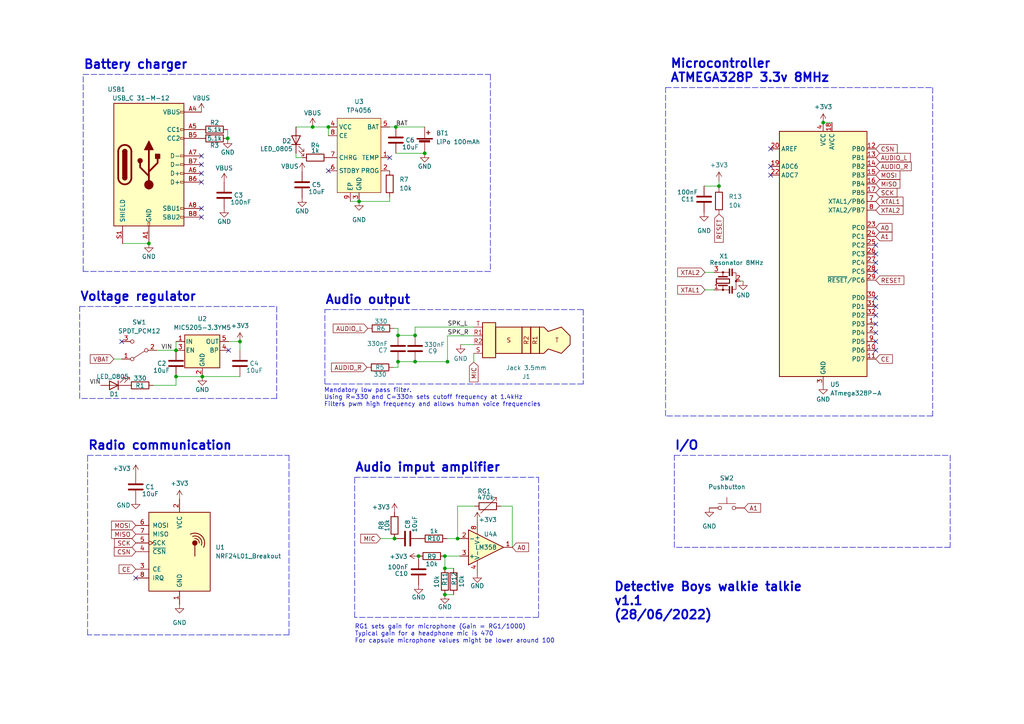
<source format=kicad_sch>
(kicad_sch (version 20211123) (generator eeschema)
  (paper "A4")
  (lib_symbols
    (symbol "Amplifier_Operational:LM358" (pin_names (offset 0.127))
      (property "Reference" "U" (at 0 5.08 0))
      (property "Value" "LM358" (at 0 -5.08 0))
      (symbol "LM358_1_1"
        (polyline (pts (xy -5.08 5.08) (xy 5.08 0) (xy -5.08 -5.08) (xy -5.08 5.08)) (stroke (width 0.254)) (fill (type background)))
        (pin output line (at 7.62 0 180) (length 2.54) (name "~") (number "1"))
        (pin input line (at -7.62 -2.54 0) (length 2.54) (name "-") (number "2"))
        (pin input line (at -7.62 2.54 0) (length 2.54) (name "+") (number "3"))
      )
      (symbol "LM358_2_1"
        (polyline (pts (xy -5.08 5.08) (xy 5.08 0) (xy -5.08 -5.08) (xy -5.08 5.08)) (stroke (width 0.254)) (fill (type background)))
        (pin input line (at -7.62 2.54 0) (length 2.54) (name "+") (number "5"))
        (pin input line (at -7.62 -2.54 0) (length 2.54) (name "-") (number "6"))
        (pin output line (at 7.62 0 180) (length 2.54) (name "~") (number "7"))
      )
      (symbol "LM358_3_1"
        (pin power_in line (at -2.54 -7.62 90) (length 3.81) (name "V-") (number "4"))
        (pin power_in line (at -2.54 7.62 270) (length 3.81) (name "V+") (number "8"))
      )
    )
    (symbol "Connector:AudioPlug4"
      (property "Reference" "J" (at 10.16 5.08 0))
      (property "Value" "AudioPlug4" (at 11.43 -7.62 0))
      (symbol "AudioPlug4_0_0"
        (text "R1" (at -2.54 -1.27 900) (effects (font (size 1.27 1.27))))
        (text "R2" (at 0 -1.27 900) (effects (font (size 1.27 1.27))))
        (text "S" (at 5.08 -1.27 0) (effects (font (size 1.27 1.27))))
        (text "T" (at -8.89 -1.27 0) (effects (font (size 1.27 1.27))))
      )
      (symbol "AudioPlug4_0_1"
        (rectangle (start -1.27 2.54) (end -3.81 -5.08) (stroke (width 0.254)) (fill (type background)))
        (polyline (pts (xy -3.81 2.54) (xy -5.08 2.54) (xy -6.35 1.27) (xy -10.16 2.54) (xy -12.7 0) (xy -12.7 -2.54) (xy -10.16 -5.08) (xy -6.35 -3.81) (xy -5.08 -5.08) (xy -3.81 -5.08) (xy -3.81 2.54)) (stroke (width 0.254)) (fill (type background)))
        (rectangle (start 1.27 2.54) (end -1.27 -5.08) (stroke (width 0.254)) (fill (type background)))
        (rectangle (start 1.27 2.54) (end 8.89 -5.08) (stroke (width 0.254)) (fill (type background)))
        (rectangle (start 12.7 3.81) (end 8.89 -6.35) (stroke (width 0.254)) (fill (type background)))
      )
      (symbol "AudioPlug4_1_1"
        (pin passive line (at 15.24 -2.54 180) (length 2.54) (name "~") (number "R1"))
        (pin passive line (at 15.24 0 180) (length 2.54) (name "~") (number "R2"))
        (pin passive line (at 15.24 2.54 180) (length 2.54) (name "~") (number "S"))
        (pin passive line (at 15.24 -5.08 180) (length 2.54) (name "~") (number "T"))
      )
    )
    (symbol "Connector:USB_C_Receptacle_USB2.0" (pin_names (offset 1.016))
      (property "Reference" "J" (at -10.16 19.05 0))
      (property "Value" "USB_C_Receptacle_USB2.0" (at 19.05 19.05 0))
      (symbol "USB_C_Receptacle_USB2.0_0_0"
        (rectangle (start -0.254 -17.78) (end 0.254 -16.764))
        (rectangle (start 10.16 -14.986) (end 9.144 -15.494))
        (rectangle (start 10.16 -12.446) (end 9.144 -12.954))
        (rectangle (start 10.16 -4.826) (end 9.144 -5.334))
        (rectangle (start 10.16 -2.286) (end 9.144 -2.794))
        (rectangle (start 10.16 0.254) (end 9.144 -0.254))
        (rectangle (start 10.16 2.794) (end 9.144 2.286))
        (rectangle (start 10.16 7.874) (end 9.144 7.366))
        (rectangle (start 10.16 10.414) (end 9.144 9.906))
        (rectangle (start 10.16 15.494) (end 9.144 14.986))
      )
      (symbol "USB_C_Receptacle_USB2.0_0_1"
        (rectangle (start -10.16 17.78) (end 10.16 -17.78) (stroke (width 0.254)) (fill (type background)))
        (arc (start -8.89 -3.81) (mid -6.985 -5.715) (end -5.08 -3.81) (stroke (width 0.508)))
        (arc (start -7.62 -3.81) (mid -6.985 -4.445) (end -6.35 -3.81) (stroke (width 0.254)))
        (arc (start -7.62 -3.81) (mid -6.985 -4.445) (end -6.35 -3.81) (stroke (width 0.254)) (fill (type outline)))
        (rectangle (start -7.62 -3.81) (end -6.35 3.81) (stroke (width 0.254)) (fill (type outline)))
        (arc (start -6.35 3.81) (mid -6.985 4.445) (end -7.62 3.81) (stroke (width 0.254)))
        (arc (start -6.35 3.81) (mid -6.985 4.445) (end -7.62 3.81) (stroke (width 0.254)) (fill (type outline)))
        (arc (start -5.08 3.81) (mid -6.985 5.715) (end -8.89 3.81) (stroke (width 0.508)))
        (circle (center -2.54 1.143) (radius 0.635) (stroke (width 0.254)) (fill (type outline)))
        (circle (center 0 -5.842) (radius 1.27) (fill (type outline)))
        (polyline (pts (xy -8.89 -3.81) (xy -8.89 3.81)) (stroke (width 0.508)))
        (polyline (pts (xy -5.08 3.81) (xy -5.08 -3.81)) (stroke (width 0.508)))
        (polyline (pts (xy 0 -5.842) (xy 0 4.318)) (stroke (width 0.508)))
        (polyline (pts (xy 0 -3.302) (xy -2.54 -0.762) (xy -2.54 0.508)) (stroke (width 0.508)))
        (polyline (pts (xy 0 -2.032) (xy 2.54 0.508) (xy 2.54 1.778)) (stroke (width 0.508)))
        (polyline (pts (xy -1.27 4.318) (xy 0 6.858) (xy 1.27 4.318) (xy -1.27 4.318)) (stroke (width 0.254)) (fill (type outline)))
        (rectangle (start 1.905 1.778) (end 3.175 3.048) (stroke (width 0.254)) (fill (type outline)))
      )
      (symbol "USB_C_Receptacle_USB2.0_1_1"
        (pin passive line (at 0 -22.86 90) (length 5.08) (name "GND") (number "A1"))
        (pin passive line (at 0 -22.86 90) (length 5.08) hide (name "GND") (number "A12"))
        (pin passive line (at 15.24 15.24 180) (length 5.08) (name "VBUS") (number "A4"))
        (pin bidirectional line (at 15.24 10.16 180) (length 5.08) (name "CC1") (number "A5"))
        (pin bidirectional line (at 15.24 -2.54 180) (length 5.08) (name "D+") (number "A6"))
        (pin bidirectional line (at 15.24 2.54 180) (length 5.08) (name "D-") (number "A7"))
        (pin bidirectional line (at 15.24 -12.7 180) (length 5.08) (name "SBU1") (number "A8"))
        (pin passive line (at 15.24 15.24 180) (length 5.08) hide (name "VBUS") (number "A9"))
        (pin passive line (at 0 -22.86 90) (length 5.08) hide (name "GND") (number "B1"))
        (pin passive line (at 0 -22.86 90) (length 5.08) hide (name "GND") (number "B12"))
        (pin passive line (at 15.24 15.24 180) (length 5.08) hide (name "VBUS") (number "B4"))
        (pin bidirectional line (at 15.24 7.62 180) (length 5.08) (name "CC2") (number "B5"))
        (pin bidirectional line (at 15.24 -5.08 180) (length 5.08) (name "D+") (number "B6"))
        (pin bidirectional line (at 15.24 0 180) (length 5.08) (name "D-") (number "B7"))
        (pin bidirectional line (at 15.24 -15.24 180) (length 5.08) (name "SBU2") (number "B8"))
        (pin passive line (at 15.24 15.24 180) (length 5.08) hide (name "VBUS") (number "B9"))
        (pin passive line (at -7.62 -22.86 90) (length 5.08) (name "SHIELD") (number "S1"))
      )
    )
    (symbol "Custom Components:TP4056"
      (property "Reference" "U" (at 0 10.16 0))
      (property "Value" "TP4056" (at 0 7.62 0))
      (symbol "TP4056_0_1"
        (rectangle (start -6.35 6.35) (end 6.35 -15.24) (fill (type background)))
      )
      (symbol "TP4056_1_1"
        (pin free line (at 8.89 -5.08 180) (length 2.54) (name "TEMP") (number "1"))
        (pin free line (at 8.89 -8.89 180) (length 2.54) (name "PROG") (number "2"))
        (pin free line (at 0 -17.78 90) (length 2.54) (name "GND") (number "3"))
        (pin free line (at -8.89 3.81 0) (length 2.54) (name "VCC") (number "4"))
        (pin free line (at 8.89 3.81 180) (length 2.54) (name "BAT") (number "5"))
        (pin free line (at -8.89 -8.89 0) (length 2.54) (name "STDBY") (number "6"))
        (pin free line (at -8.89 -5.08 0) (length 2.54) (name "CHRG") (number "7"))
        (pin free line (at -8.89 1.27 0) (length 2.54) (name "CE") (number "8"))
        (pin free line (at -2.54 -17.78 90) (length 2.54) (name "EP") (number "9"))
      )
    )
    (symbol "Device:Battery_Cell" (pin_numbers hide) (pin_names (offset 0) hide)
      (property "Reference" "BT" (at 2.54 2.54 0))
      (property "Value" "Battery_Cell" (at 2.54 0 0))
      (symbol "Battery_Cell_0_1"
        (rectangle (start -2.286 1.778) (end 2.286 1.524) (fill (type outline)))
        (rectangle (start -1.5748 1.1938) (end 1.4732 0.6858) (fill (type outline)))
        (polyline (pts (xy 0 0.762) (xy 0 0)))
        (polyline (pts (xy 0 1.778) (xy 0 2.54)))
        (polyline (pts (xy 0.508 3.429) (xy 1.524 3.429)) (stroke (width 0.254)))
        (polyline (pts (xy 1.016 3.937) (xy 1.016 2.921)) (stroke (width 0.254)))
      )
      (symbol "Battery_Cell_1_1"
        (pin passive line (at 0 5.08 270) (length 2.54) (name "+") (number "1"))
        (pin passive line (at 0 -2.54 90) (length 2.54) (name "-") (number "2"))
      )
    )
    (symbol "Device:C" (pin_numbers hide) (pin_names (offset 0.254))
      (property "Reference" "C" (at 0.635 2.54 0))
      (property "Value" "C" (at 0.635 -2.54 0))
      (symbol "C_0_1"
        (polyline (pts (xy -2.032 -0.762) (xy 2.032 -0.762)) (stroke (width 0.508)))
        (polyline (pts (xy -2.032 0.762) (xy 2.032 0.762)) (stroke (width 0.508)))
      )
      (symbol "C_1_1"
        (pin passive line (at 0 3.81 270) (length 2.794) (name "~") (number "1"))
        (pin passive line (at 0 -3.81 90) (length 2.794) (name "~") (number "2"))
      )
    )
    (symbol "Device:LED" (pin_numbers hide) (pin_names (offset 1.016) hide)
      (property "Reference" "D" (at 0 2.54 0))
      (property "Value" "LED" (at 0 -2.54 0))
      (symbol "LED_0_1"
        (polyline (pts (xy -1.27 -1.27) (xy -1.27 1.27)) (stroke (width 0.254)))
        (polyline (pts (xy -1.27 0) (xy 1.27 0)))
        (polyline (pts (xy 1.27 -1.27) (xy 1.27 1.27) (xy -1.27 0) (xy 1.27 -1.27)) (stroke (width 0.254)))
        (polyline (pts (xy -3.048 -0.762) (xy -4.572 -2.286) (xy -3.81 -2.286) (xy -4.572 -2.286) (xy -4.572 -1.524)))
        (polyline (pts (xy -1.778 -0.762) (xy -3.302 -2.286) (xy -2.54 -2.286) (xy -3.302 -2.286) (xy -3.302 -1.524)))
      )
      (symbol "LED_1_1"
        (pin passive line (at -3.81 0 0) (length 2.54) (name "K") (number "1"))
        (pin passive line (at 3.81 0 180) (length 2.54) (name "A") (number "2"))
      )
    )
    (symbol "Device:R" (pin_numbers hide) (pin_names (offset 0))
      (property "Reference" "R" (at 2.032 0 90))
      (property "Value" "R" (at 0 0 90))
      (symbol "R_0_1"
        (rectangle (start -1.016 -2.54) (end 1.016 2.54) (stroke (width 0.254)))
      )
      (symbol "R_1_1"
        (pin passive line (at 0 3.81 270) (length 1.27) (name "~") (number "1"))
        (pin passive line (at 0 -3.81 90) (length 1.27) (name "~") (number "2"))
      )
    )
    (symbol "Device:R_Variable" (pin_numbers hide) (pin_names (offset 0))
      (property "Reference" "R" (at 2.54 -2.54 90))
      (property "Value" "R_Variable" (at -2.54 -1.27 90))
      (symbol "R_Variable_0_1"
        (rectangle (start -1.016 -2.54) (end 1.016 2.54) (stroke (width 0.254)))
        (polyline (pts (xy 2.54 1.524) (xy 2.54 2.54) (xy 1.524 2.54) (xy 2.54 2.54) (xy -2.032 -2.032)))
      )
      (symbol "R_Variable_1_1"
        (pin passive line (at 0 3.81 270) (length 1.27) (name "~") (number "1"))
        (pin passive line (at 0 -3.81 90) (length 1.27) (name "~") (number "2"))
      )
    )
    (symbol "Device:Resonator_Small" (pin_names (offset 1.016) hide)
      (property "Reference" "Y" (at 3.175 1.905 0))
      (property "Value" "Resonator_Small" (at 3.175 0 0))
      (symbol "Resonator_Small_0_1"
        (rectangle (start -3.556 -2.54) (end -1.524 -2.794) (fill (type outline)))
        (rectangle (start -3.556 -1.778) (end -1.524 -2.032) (fill (type outline)))
        (circle (center -2.54 0) (radius 0.254) (fill (type outline)))
        (rectangle (start -0.635 1.905) (end 0.635 -1.905) (stroke (width 0.3048)))
        (circle (center 0 -3.81) (radius 0.254) (fill (type outline)))
        (polyline (pts (xy -2.54 -1.778) (xy -2.54 0)))
        (polyline (pts (xy -2.54 0) (xy -1.397 0)))
        (polyline (pts (xy -2.54 1.27) (xy -2.54 0)))
        (polyline (pts (xy -1.27 -1.27) (xy -1.27 1.27)) (stroke (width 0.381)))
        (polyline (pts (xy 1.27 -1.27) (xy 1.27 1.27)) (stroke (width 0.381)))
        (polyline (pts (xy 1.27 0) (xy 2.54 0)))
        (polyline (pts (xy 2.54 0) (xy 2.54 -1.778)))
        (polyline (pts (xy 2.54 1.27) (xy 2.54 0)))
        (polyline (pts (xy 2.413 -2.794) (xy 2.413 -3.81) (xy -2.413 -3.81) (xy -2.413 -2.667)))
        (rectangle (start 1.524 -2.54) (end 3.556 -2.794) (fill (type outline)))
        (rectangle (start 1.524 -1.778) (end 3.556 -2.032) (fill (type outline)))
        (circle (center 2.54 0) (radius 0.254) (fill (type outline)))
      )
      (symbol "Resonator_Small_1_1"
        (pin passive line (at -2.54 2.54 270) (length 1.27) (name "1") (number "1"))
        (pin passive line (at 0 -5.08 90) (length 1.27) (name "2") (number "2"))
        (pin passive line (at 2.54 2.54 270) (length 1.27) (name "3") (number "3"))
      )
    )
    (symbol "MCU_Microchip_ATmega:ATmega328P-A"
      (property "Reference" "U" (at -12.7 36.83 0))
      (property "Value" "ATmega328P-A" (at 2.54 -36.83 0))
      (symbol "ATmega328P-A_0_1"
        (rectangle (start -12.7 -35.56) (end 12.7 35.56) (stroke (width 0.254)) (fill (type background)))
      )
      (symbol "ATmega328P-A_1_1"
        (pin bidirectional line (at 15.24 -20.32 180) (length 2.54) (name "PD3") (number "1"))
        (pin bidirectional line (at 15.24 -27.94 180) (length 2.54) (name "PD6") (number "10"))
        (pin bidirectional line (at 15.24 -30.48 180) (length 2.54) (name "PD7") (number "11"))
        (pin bidirectional line (at 15.24 30.48 180) (length 2.54) (name "PB0") (number "12"))
        (pin bidirectional line (at 15.24 27.94 180) (length 2.54) (name "PB1") (number "13"))
        (pin bidirectional line (at 15.24 25.4 180) (length 2.54) (name "PB2") (number "14"))
        (pin bidirectional line (at 15.24 22.86 180) (length 2.54) (name "PB3") (number "15"))
        (pin bidirectional line (at 15.24 20.32 180) (length 2.54) (name "PB4") (number "16"))
        (pin bidirectional line (at 15.24 17.78 180) (length 2.54) (name "PB5") (number "17"))
        (pin power_in line (at 2.54 38.1 270) (length 2.54) (name "AVCC") (number "18"))
        (pin input line (at -15.24 25.4 0) (length 2.54) (name "ADC6") (number "19"))
        (pin bidirectional line (at 15.24 -22.86 180) (length 2.54) (name "PD4") (number "2"))
        (pin passive line (at -15.24 30.48 0) (length 2.54) (name "AREF") (number "20"))
        (pin passive line (at 0 -38.1 90) (length 2.54) hide (name "GND") (number "21"))
        (pin input line (at -15.24 22.86 0) (length 2.54) (name "ADC7") (number "22"))
        (pin bidirectional line (at 15.24 7.62 180) (length 2.54) (name "PC0") (number "23"))
        (pin bidirectional line (at 15.24 5.08 180) (length 2.54) (name "PC1") (number "24"))
        (pin bidirectional line (at 15.24 2.54 180) (length 2.54) (name "PC2") (number "25"))
        (pin bidirectional line (at 15.24 0 180) (length 2.54) (name "PC3") (number "26"))
        (pin bidirectional line (at 15.24 -2.54 180) (length 2.54) (name "PC4") (number "27"))
        (pin bidirectional line (at 15.24 -5.08 180) (length 2.54) (name "PC5") (number "28"))
        (pin bidirectional line (at 15.24 -7.62 180) (length 2.54) (name "~{RESET}/PC6") (number "29"))
        (pin power_in line (at 0 -38.1 90) (length 2.54) (name "GND") (number "3"))
        (pin bidirectional line (at 15.24 -12.7 180) (length 2.54) (name "PD0") (number "30"))
        (pin bidirectional line (at 15.24 -15.24 180) (length 2.54) (name "PD1") (number "31"))
        (pin bidirectional line (at 15.24 -17.78 180) (length 2.54) (name "PD2") (number "32"))
        (pin power_in line (at 0 38.1 270) (length 2.54) (name "VCC") (number "4"))
        (pin passive line (at 0 -38.1 90) (length 2.54) hide (name "GND") (number "5"))
        (pin passive line (at 0 38.1 270) (length 2.54) hide (name "VCC") (number "6"))
        (pin bidirectional line (at 15.24 15.24 180) (length 2.54) (name "XTAL1/PB6") (number "7"))
        (pin bidirectional line (at 15.24 12.7 180) (length 2.54) (name "XTAL2/PB7") (number "8"))
        (pin bidirectional line (at 15.24 -25.4 180) (length 2.54) (name "PD5") (number "9"))
      )
    )
    (symbol "RF:NRF24L01_Breakout" (pin_names (offset 1.016))
      (property "Reference" "U" (at -8.89 12.7 0))
      (property "Value" "NRF24L01_Breakout" (at 3.81 12.7 0))
      (symbol "NRF24L01_Breakout_0_1"
        (rectangle (start -8.89 11.43) (end 8.89 -11.43) (stroke (width 0.254)) (fill (type background)))
        (polyline (pts (xy 4.445 1.905) (xy 4.445 -1.27)) (stroke (width 0.254)))
        (circle (center 4.445 2.54) (radius 0.635) (stroke (width 0.254)) (fill (type outline)))
        (arc (start 5.715 2.54) (mid 5.3559 3.4509) (end 4.445 3.81) (stroke (width 0.254)))
        (arc (start 6.35 1.905) (mid 5.8833 3.9783) (end 3.81 4.445) (stroke (width 0.254)))
        (arc (start 6.985 1.27) (mid 6.453 4.548) (end 3.175 5.08) (stroke (width 0.254)))
      )
      (symbol "NRF24L01_Breakout_1_1"
        (pin power_in line (at 0 -15.24 90) (length 3.81) (name "GND") (number "1"))
        (pin power_in line (at 0 15.24 270) (length 3.81) (name "VCC") (number "2"))
        (pin input line (at -12.7 -5.08 0) (length 3.81) (name "CE") (number "3"))
        (pin input line (at -12.7 0 0) (length 3.81) (name "~{CSN}") (number "4"))
        (pin input clock (at -12.7 2.54 0) (length 3.81) (name "SCK") (number "5"))
        (pin input line (at -12.7 7.62 0) (length 3.81) (name "MOSI") (number "6"))
        (pin output line (at -12.7 5.08 0) (length 3.81) (name "MISO") (number "7"))
        (pin output line (at -12.7 -7.62 0) (length 3.81) (name "IRQ") (number "8"))
      )
    )
    (symbol "Regulator_Linear:MIC5205-3.3YM5" (pin_names (offset 0.254))
      (property "Reference" "U" (at -3.81 5.715 0))
      (property "Value" "MIC5205-3.3YM5" (at 0 5.715 0))
      (symbol "MIC5205-3.3YM5_0_1"
        (rectangle (start -5.08 4.445) (end 5.08 -5.08) (stroke (width 0.254)) (fill (type background)))
      )
      (symbol "MIC5205-3.3YM5_1_1"
        (pin power_in line (at -7.62 2.54 0) (length 2.54) (name "IN") (number "1"))
        (pin power_in line (at 0 -7.62 90) (length 2.54) (name "GND") (number "2"))
        (pin input line (at -7.62 0 0) (length 2.54) (name "EN") (number "3"))
        (pin input line (at 7.62 0 180) (length 2.54) (name "BP") (number "4"))
        (pin power_out line (at 7.62 2.54 180) (length 2.54) (name "OUT") (number "5"))
      )
    )
    (symbol "Switch:SW_Push" (pin_numbers hide) (pin_names (offset 1.016) hide)
      (property "Reference" "SW" (at 1.27 2.54 0))
      (property "Value" "SW_Push" (at 0 -1.524 0))
      (symbol "SW_Push_0_1"
        (circle (center -2.032 0) (radius 0.508))
        (polyline (pts (xy 0 1.27) (xy 0 3.048)))
        (polyline (pts (xy 2.54 1.27) (xy -2.54 1.27)))
        (circle (center 2.032 0) (radius 0.508))
        (pin passive line (at -5.08 0 0) (length 2.54) (name "1") (number "1"))
        (pin passive line (at 5.08 0 180) (length 2.54) (name "2") (number "2"))
      )
    )
    (symbol "Switch:SW_SPDT" (pin_names (offset 0) hide)
      (property "Reference" "SW" (at 0 4.318 0))
      (property "Value" "SW_SPDT" (at 0 -5.08 0))
      (symbol "SW_SPDT_0_0"
        (circle (center -2.032 0) (radius 0.508))
        (circle (center 2.032 -2.54) (radius 0.508))
      )
      (symbol "SW_SPDT_0_1"
        (polyline (pts (xy -1.524 0.254) (xy 1.651 2.286)))
        (circle (center 2.032 2.54) (radius 0.508))
      )
      (symbol "SW_SPDT_1_1"
        (pin passive line (at 5.08 2.54 180) (length 2.54) (name "A") (number "1"))
        (pin passive line (at -5.08 0 0) (length 2.54) (name "B") (number "2"))
        (pin passive line (at 5.08 -2.54 180) (length 2.54) (name "C") (number "3"))
      )
    )
    (symbol "power:+3.3V" (power) (pin_names (offset 0))
      (property "Value" "+3.3V" (at 0 3.556 0))
      (symbol "+3.3V_0_1"
        (polyline (pts (xy -0.762 1.27) (xy 0 2.54)))
        (polyline (pts (xy 0 0) (xy 0 2.54)))
        (polyline (pts (xy 0 2.54) (xy 0.762 1.27)))
      )
      (symbol "+3.3V_1_1"
        (pin power_in line (at 0 0 90) (length 0) hide (name "+3V3") (number "1"))
      )
    )
    (symbol "power:GND" (power) (pin_names (offset 0))
      (property "Value" "GND" (at 0 -3.81 0))
      (symbol "GND_0_1"
        (polyline (pts (xy 0 0) (xy 0 -1.27) (xy 1.27 -1.27) (xy 0 -2.54) (xy -1.27 -1.27) (xy 0 -1.27)))
      )
      (symbol "GND_1_1"
        (pin power_in line (at 0 0 270) (length 0) hide (name "GND") (number "1"))
      )
    )
    (symbol "power:VBUS" (power) (pin_names (offset 0))
      (property "Value" "VBUS" (at 0 3.81 0))
      (symbol "VBUS_0_1"
        (polyline (pts (xy -0.762 1.27) (xy 0 2.54)))
        (polyline (pts (xy 0 0) (xy 0 2.54)))
        (polyline (pts (xy 0 2.54) (xy 0.762 1.27)))
      )
      (symbol "VBUS_1_1"
        (pin power_in line (at 0 0 90) (length 0) hide (name "VBUS") (number "1"))
      )
    )
  )
  (junction (at 51.054 109.22))
  (junction (at 208.534 53.975))
  (junction (at 66.04 40.132))
  (junction (at 43.18 70.612))
  (junction (at 90.678 36.83))
  (junction (at 129.032 164.846))
  (junction (at 51.054 101.6))
  (junction (at 123.19 44.45))
  (junction (at 95.25 36.83))
  (junction (at 120.396 104.902))
  (junction (at 120.396 97.282))
  (junction (at 129.7878 104.902))
  (junction (at 121.412 161.29))
  (junction (at 114.808 36.83))
  (junction (at 129.032 172.466))
  (junction (at 104.14 58.42))
  (junction (at 69.596 99.06))
  (junction (at 238.76 35.56))
  (junction (at 129.032 161.29))
  (junction (at 115.443 104.902))
  (junction (at 58.674 109.22))
  (junction (at 132.715 156.21))
  (junction (at 114.427 156.21))
  (junction (at 115.443 97.282))
  (no_connect (at 66.294 101.6))
  (no_connect (at 95.25 49.53))
  (no_connect (at 254 86.36))
  (no_connect (at 254 88.9))
  (no_connect (at 254 91.44))
  (no_connect (at 254 93.98))
  (no_connect (at 254 96.52))
  (no_connect (at 254 99.06))
  (no_connect (at 254 101.6))
  (no_connect (at 254 71.12))
  (no_connect (at 254 73.66))
  (no_connect (at 254 76.2))
  (no_connect (at 254 78.74))
  (no_connect (at 58.42 60.452))
  (no_connect (at 58.42 62.992))
  (no_connect (at 58.42 47.752))
  (no_connect (at 58.42 45.212))
  (no_connect (at 58.42 52.832))
  (no_connect (at 58.42 50.292))
  (no_connect (at 223.52 43.18))
  (no_connect (at 223.52 48.26))
  (no_connect (at 223.52 50.8))
  (no_connect (at 39.37 167.64))
  (no_connect (at 35.306 99.06))
  (no_connect (at 113.03 45.72))
  (wire (pts (xy 207.137 78.994) (xy 204.47 78.994)))
  (wire (pts (xy 145.288 146.812) (xy 148.59 146.812)))
  (wire (pts (xy 129.667 156.21) (xy 132.715 156.21)))
  (wire (pts (xy 129.032 172.466) (xy 131.572 172.466)))
  (wire (pts (xy 115.443 104.902) (xy 120.396 104.902)))
  (polyline (pts (xy 270.51 25.4) (xy 270.51 120.65)))
  (polyline (pts (xy 193.04 25.4) (xy 270.51 25.4)))
  (wire (pts (xy 69.596 99.06) (xy 69.596 101.6)))
  (wire (pts (xy 114.808 36.83) (xy 123.19 36.83)))
  (wire (pts (xy 113.03 58.42) (xy 113.03 57.15)))
  (polyline (pts (xy 275.59 132.08) (xy 275.59 158.75)))
  (polyline (pts (xy 24.13 78.74) (xy 24.13 21.59)))
  (polyline (pts (xy 169.164 89.789) (xy 169.164 111.379)))
  (wire (pts (xy 120.396 94.869) (xy 120.396 97.282)))
  (wire (pts (xy 129.032 164.846) (xy 131.572 164.846)))
  (wire (pts (xy 132.715 146.812) (xy 137.668 146.812)))
  (wire (pts (xy 115.443 95.25) (xy 114.3 95.25)))
  (polyline (pts (xy 24.13 21.59) (xy 142.24 21.59)))
  (wire (pts (xy 110.363 156.21) (xy 114.427 156.21)))
  (wire (pts (xy 121.412 161.29) (xy 121.412 162.052)))
  (polyline (pts (xy 156.21 179.07) (xy 102.87 179.07)))
  (wire (pts (xy 115.443 106.553) (xy 115.443 104.902)))
  (wire (pts (xy 137.414 94.869) (xy 120.396 94.869)))
  (polyline (pts (xy 25.4 132.08) (xy 83.82 132.08)))
  (wire (pts (xy 115.443 97.282) (xy 115.443 95.25)))
  (wire (pts (xy 129.032 161.29) (xy 133.35 161.29)))
  (polyline (pts (xy 80.264 115.57) (xy 23.114 115.57)))
  (polyline (pts (xy 270.51 120.65) (xy 193.04 120.65)))
  (wire (pts (xy 132.715 156.21) (xy 132.715 146.812)))
  (wire (pts (xy 148.59 146.812) (xy 148.59 158.75)))
  (polyline (pts (xy 142.24 21.59) (xy 142.24 78.74)))
  (wire (pts (xy 58.674 109.22) (xy 69.596 109.22)))
  (wire (pts (xy 43.18 70.612) (xy 35.56 70.612)))
  (polyline (pts (xy 193.04 120.65) (xy 193.04 25.4)))
  (wire (pts (xy 51.054 109.22) (xy 58.674 109.22)))
  (wire (pts (xy 95.25 36.83) (xy 95.25 39.37)))
  (polyline (pts (xy 83.82 184.15) (xy 25.4 184.15)))
  (polyline (pts (xy 195.58 132.08) (xy 275.59 132.08)))
  (wire (pts (xy 114.046 106.553) (xy 115.443 106.553)))
  (wire (pts (xy 51.054 99.06) (xy 51.054 101.6)))
  (polyline (pts (xy 169.164 111.379) (xy 94.234 111.379)))
  (wire (pts (xy 104.14 58.42) (xy 113.03 58.42)))
  (wire (pts (xy 208.534 53.975) (xy 208.534 54.483)))
  (wire (pts (xy 208.534 52.451) (xy 208.534 53.975)))
  (wire (pts (xy 85.852 45.72) (xy 87.63 45.72)))
  (wire (pts (xy 85.852 44.45) (xy 85.852 45.72)))
  (wire (pts (xy 204.47 84.074) (xy 207.137 84.074)))
  (wire (pts (xy 66.04 37.592) (xy 66.04 40.132)))
  (wire (pts (xy 115.443 97.282) (xy 120.396 97.282)))
  (polyline (pts (xy 80.264 88.9) (xy 80.264 115.57)))
  (wire (pts (xy 44.45 111.76) (xy 51.054 111.76)))
  (wire (pts (xy 137.414 105.029) (xy 137.414 102.489)))
  (polyline (pts (xy 275.59 158.75) (xy 195.58 158.75)))
  (wire (pts (xy 45.466 101.6) (xy 51.054 101.6)))
  (polyline (pts (xy 94.234 89.789) (xy 169.164 89.789)))
  (wire (pts (xy 133.604 99.949) (xy 137.414 99.949)))
  (wire (pts (xy 215.519 81.534) (xy 214.757 81.534)))
  (wire (pts (xy 90.678 36.83) (xy 95.25 36.83)))
  (polyline (pts (xy 25.4 184.15) (xy 25.4 132.08)))
  (wire (pts (xy 129.7878 104.902) (xy 129.794 104.902)))
  (wire (pts (xy 129.7878 97.409) (xy 129.7878 104.902)))
  (wire (pts (xy 101.6 58.42) (xy 104.14 58.42)))
  (wire (pts (xy 66.294 99.06) (xy 69.596 99.06)))
  (polyline (pts (xy 94.234 111.379) (xy 94.234 89.789)))
  (wire (pts (xy 120.396 104.902) (xy 129.7878 104.902)))
  (wire (pts (xy 90.678 36.83) (xy 85.852 36.83)))
  (wire (pts (xy 204.216 53.975) (xy 208.534 53.975)))
  (polyline (pts (xy 156.21 138.43) (xy 156.21 179.07)))
  (polyline (pts (xy 102.87 179.07) (xy 102.87 138.43)))
  (wire (pts (xy 33.02 104.14) (xy 35.306 104.14)))
  (wire (pts (xy 132.715 156.21) (xy 133.35 156.21)))
  (polyline (pts (xy 23.114 115.57) (xy 23.114 88.9)))
  (wire (pts (xy 129.032 164.846) (xy 129.032 161.29)))
  (wire (pts (xy 238.76 35.56) (xy 241.3 35.56)))
  (wire (pts (xy 113.03 36.83) (xy 114.808 36.83)))
  (polyline (pts (xy 83.82 132.08) (xy 83.82 184.15)))
  (wire (pts (xy 51.054 111.76) (xy 51.054 109.22)))
  (polyline (pts (xy 142.24 78.74) (xy 24.13 78.74)))
  (wire (pts (xy 137.414 97.409) (xy 129.7878 97.409)))
  (wire (pts (xy 114.808 44.45) (xy 123.19 44.45)))
  (polyline (pts (xy 102.87 138.43) (xy 156.21 138.43)))
  (polyline (pts (xy 195.58 158.75) (xy 195.58 132.08)))
  (wire (pts (xy 66.04 40.386) (xy 66.04 40.132)))
  (polyline (pts (xy 23.114 88.9) (xy 80.264 88.9)))
  (text "Battery charger" (at 24.13 20.32 0) (effects (font (size 2.54 2.54) (thickness 0.508) bold) (justify left bottom)))
  (text "Audio imput amplifier" (at 102.87 137.16 0) (effects (font (size 2.54 2.54) (thickness 0.508) bold) (justify left bottom)))
  (text "Mandatory low pass filter.\nUsing R=330 and C=330n sets cutoff frequency at 1.4kHz\nFilters pwm high frequency and allows human voice frequencies" (at 93.98 118.11 0) (effects (font (size 1.27 1.27)) (justify left bottom)))
  (text "I/O\n" (at 195.58 130.81 0) (effects (font (size 2.54 2.54) (thickness 0.508) bold) (justify left bottom)))
  (text "RG1 sets gain for microphone (Gain = RG1/1000)\nTypical gain for a headphone mic is 470\nFor capsule microphone values might be lower around 100" (at 102.87 186.69 0) (effects (font (size 1.27 1.27)) (justify left bottom)))
  (text "Radio communication" (at 25.4 130.81 0) (effects (font (size 2.54 2.54) (thickness 0.508) bold) (justify left bottom)))
  (text "Microcontroller\nATMEGA328P 3.3v 8MHz" (at 194.31 24.13 0) (effects (font (size 2.54 2.54) (thickness 0.508) bold) (justify left bottom)))
  (text "Audio output" (at 94.234 88.519 0) (effects (font (size 2.54 2.54) (thickness 0.508) bold) (justify left bottom)))
  (text "Detective Boys walkie talkie\nv1.1\n(28/06/2022)" (at 177.9643 179.9857 0) (effects (font (size 2.54 2.54) (thickness 0.508) bold) (justify left bottom)))
  (text "Voltage regulator\n" (at 23.114 87.63 0) (effects (font (size 2.54 2.54) (thickness 0.508) bold) (justify left bottom)))
  (label "SPK_L" (at 129.794 94.869 0))
  (label "VIN" (at 29.21 111.76 180))
  (label "SPK_R" (at 129.794 97.409 0))
  (label "VIN" (at 46.736 101.6 0))
  (label "BAT" (at 114.808 36.83 0))
  (global_label "CE" (shape input) (at 39.37 165.1 180) (property "Intersheet References" "${INTERSHEET_REFS}" (effects hide)))
  (global_label "MOSI" (shape input) (at 39.37 152.4 180) (property "Intersheet References" "${INTERSHEET_REFS}" (effects hide)))
  (global_label "SCK" (shape input) (at 254 55.88 0) (property "Intersheet References" "${INTERSHEET_REFS}" (effects hide)))
  (global_label "CE" (shape input) (at 254 104.14 0) (property "Intersheet References" "${INTERSHEET_REFS}" (effects hide)))
  (global_label "A1" (shape input) (at 254 68.58 0) (property "Intersheet References" "${INTERSHEET_REFS}" (effects hide)))
  (global_label "RESET" (shape input) (at 254 81.28 0) (property "Intersheet References" "${INTERSHEET_REFS}" (effects hide)))
  (global_label "AUDIO_R" (shape input) (at 254 48.26 0) (property "Intersheet References" "${INTERSHEET_REFS}" (effects hide)))
  (global_label "XTAL2" (shape input) (at 254 60.96 0) (property "Intersheet References" "${INTERSHEET_REFS}" (effects hide)))
  (global_label "A0" (shape input) (at 254 66.04 0) (property "Intersheet References" "${INTERSHEET_REFS}" (effects hide)))
  (global_label "XTAL1" (shape input) (at 204.47 84.074 180) (property "Intersheet References" "${INTERSHEET_REFS}" (effects hide)))
  (global_label "MIC" (shape input) (at 110.363 156.21 180) (property "Intersheet References" "${INTERSHEET_REFS}" (effects hide)))
  (global_label "MIC" (shape input) (at 137.414 105.029 270) (property "Intersheet References" "${INTERSHEET_REFS}" (effects hide)))
  (global_label "XTAL2" (shape input) (at 204.47 78.994 180) (property "Intersheet References" "${INTERSHEET_REFS}" (effects hide)))
  (global_label "AUDIO_R" (shape input) (at 106.426 106.553 180) (property "Intersheet References" "${INTERSHEET_REFS}" (effects hide)))
  (global_label "CSN" (shape input) (at 39.37 160.02 180) (property "Intersheet References" "${INTERSHEET_REFS}" (effects hide)))
  (global_label "MISO" (shape input) (at 254 53.34 0) (property "Intersheet References" "${INTERSHEET_REFS}" (effects hide)))
  (global_label "A1" (shape input) (at 215.9 147.32 0) (property "Intersheet References" "${INTERSHEET_REFS}" (effects hide)))
  (global_label "MISO" (shape input) (at 39.37 154.94 180) (property "Intersheet References" "${INTERSHEET_REFS}" (effects hide)))
  (global_label "RESET" (shape input) (at 208.534 62.103 270) (property "Intersheet References" "${INTERSHEET_REFS}" (effects hide)))
  (global_label "XTAL1" (shape input) (at 254 58.42 0) (property "Intersheet References" "${INTERSHEET_REFS}" (effects hide)))
  (global_label "AUDIO_L" (shape input) (at 254 45.72 0) (property "Intersheet References" "${INTERSHEET_REFS}" (effects hide)))
  (global_label "SCK" (shape input) (at 39.37 157.48 180) (property "Intersheet References" "${INTERSHEET_REFS}" (effects hide)))
  (global_label "A0" (shape input) (at 148.59 158.75 0) (property "Intersheet References" "${INTERSHEET_REFS}" (effects hide)))
  (global_label "VBAT" (shape input) (at 33.02 104.14 180) (property "Intersheet References" "${INTERSHEET_REFS}" (effects hide)))
  (global_label "MOSI" (shape input) (at 254 50.8 0) (property "Intersheet References" "${INTERSHEET_REFS}" (effects hide)))
  (global_label "CSN" (shape input) (at 254 43.18 0) (property "Intersheet References" "${INTERSHEET_REFS}" (effects hide)))
  (global_label "AUDIO_L" (shape input) (at 106.68 95.25 180) (property "Intersheet References" "${INTERSHEET_REFS}" (effects hide)))
  (symbol (lib_id "power:+3.3V") (at 69.596 99.06 0) (unit 1)
    (property "Reference" "#PWR011" (effects hide))
    (property "Value" "+3.3V" (at 69.596 94.488 0))
  )
  (symbol (lib_id "power:VBUS") (at 90.678 36.83 0) (unit 1)
    (property "Reference" "#PWR014" (effects hide))
    (property "Value" "VBUS" (at 90.678 32.766 0))
  )
  (symbol (lib_id "Device:R") (at 62.23 40.132 90) (unit 1)
    (property "Reference" "R3" (at 62.23 42.164 90))
    (property "Value" "5.1k" (at 62.23 40.132 90))
    (property "Footprint" "Resistor_SMD:R_0805_2012Metric" (effects hide))
  )
  (symbol (lib_id "Device:Resonator_Small") (at 209.677 81.534 90) (unit 1)
    (property "Reference" "X1" (at 209.931 74.295 90))
    (property "Value" "Resonator 8MHz" (at 213.614 76.2 90))
    (property "Footprint" "Crystal:Resonator_SMD_Murata_CSTxExxV-3Pin_3.0x1.1mm" (effects hide))
  )
  (symbol (lib_id "power:+3.3V") (at 138.43 151.13 0) (unit 1)
    (property "Reference" "#PWR022" (effects hide))
    (property "Value" "+3.3V" (at 141.478 150.749 0))
  )
  (symbol (lib_id "power:GND") (at 129.032 172.466 0) (unit 1)
    (property "Reference" "#PWR020" (effects hide))
    (property "Value" "GND" (at 129.032 176.022 0))
  )
  (symbol (lib_id "power:GND") (at 66.04 40.386 0) (unit 1)
    (property "Reference" "#PWR010" (effects hide))
    (property "Value" "GND" (at 66.04 44.196 0))
  )
  (symbol (lib_id "Device:Battery_Cell") (at 123.19 41.91 0) (unit 1)
    (property "Reference" "BT1" (at 126.492 38.6079 0) (effects (justify left)))
    (property "Value" "LiPo 100mAh" (at 126.492 41.1479 0) (effects (justify left)))
    (property "Footprint" "Connector_PinSocket_2.54mm:PinSocket_1x02_P2.54mm_Vertical" (effects hide))
  )
  (symbol (lib_id "Custom Components:TP4056") (at 104.14 40.64 0) (unit 1)
    (property "Reference" "U3" (at 104.14 29.464 0))
    (property "Value" "TP4056" (at 104.14 32.004 0))
    (property "Footprint" "Package_SO:SOIC-8-1EP_3.9x4.9mm_P1.27mm_EP2.29x3mm" (effects hide))
  )
  (symbol (lib_id "Device:LED") (at 85.852 40.64 90) (unit 1)
    (property "Reference" "D2" (at 81.788 40.894 90) (effects (justify right)))
    (property "Value" "LED_0805" (at 75.438 43.18 90) (effects (justify right)))
    (property "Footprint" "LED_SMD:LED_0805_2012Metric" (effects hide))
  )
  (symbol (lib_id "Device:R_Variable") (at 141.478 146.812 270) (mirror x) (unit 1)
    (property "Reference" "RG1" (at 140.462 142.494 90))
    (property "Value" "470k" (at 140.843 144.272 90))
    (property "Footprint" "Resistor_SMD:R_0805_2012Metric" (effects hide))
  )
  (symbol (lib_id "Device:R") (at 131.572 168.656 180) (unit 1)
    (property "Reference" "R12" (at 131.699 169.799 90) (effects (justify right)))
    (property "Value" "10k" (at 133.858 170.434 90) (effects (justify right)))
    (property "Footprint" "Resistor_SMD:R_0805_2012Metric" (effects hide))
  )
  (symbol (lib_id "Device:R") (at 125.222 161.29 270) (unit 1)
    (property "Reference" "R9" (at 125.222 161.417 90))
    (property "Value" "10k" (at 125.222 163.576 90))
    (property "Footprint" "Resistor_SMD:R_0805_2012Metric" (effects hide))
  )
  (symbol (lib_id "MCU_Microchip_ATmega:ATmega328P-A") (at 238.76 73.66 0) (unit 1)
    (property "Reference" "U5" (at 240.7794 111.506 0) (effects (justify left)))
    (property "Value" "ATmega328P-A" (at 240.7794 114.046 0) (effects (justify left)))
    (property "Footprint" "Package_QFP:TQFP-32_7x7mm_P0.8mm" (effects hide))
    (property "Datasheet" "http://ww1.microchip.com/downloads/en/DeviceDoc/ATmega328_P%20AVR%20MCU%20with%20picoPower%20Technology%20Data%20Sheet%2040001984A.pdf" (effects hide))
  )
  (symbol (lib_id "power:GND") (at 104.14 58.42 0) (unit 1)
    (property "Reference" "#PWR015" (effects hide))
    (property "Value" "GND" (at 104.14 63.754 0))
  )
  (symbol (lib_id "Device:R") (at 114.427 152.4 0) (unit 1)
    (property "Reference" "R8" (at 110.617 152.4 90))
    (property "Value" "10k" (at 112.268 152.4 90))
    (property "Footprint" "Resistor_SMD:R_0805_2012Metric" (effects hide))
  )
  (symbol (lib_id "Device:C") (at 114.808 40.64 0) (unit 1)
    (property "Reference" "C6" (at 117.602 40.64 0) (effects (justify left)))
    (property "Value" "10uF" (at 116.586 42.672 0) (effects (justify left)))
    (property "Footprint" "Capacitor_SMD:C_0805_2012Metric" (effects hide))
  )
  (symbol (lib_id "Device:R") (at 91.44 45.72 90) (unit 1)
    (property "Reference" "R4" (at 91.44 42.164 90))
    (property "Value" "1k" (at 91.44 43.688 90))
    (property "Footprint" "Resistor_SMD:R_0805_2012Metric" (effects hide))
  )
  (symbol (lib_id "power:GND") (at 87.63 57.404 0) (unit 1)
    (property "Reference" "#PWR013" (effects hide))
    (property "Value" "GND" (at 87.63 61.214 0))
  )
  (symbol (lib_id "power:+3.3V") (at 39.37 137.414 0) (unit 1)
    (property "Reference" "#PWR01" (effects hide))
    (property "Value" "+3.3V" (at 35.306 135.89 0))
  )
  (symbol (lib_id "Device:R") (at 125.857 156.21 270) (unit 1)
    (property "Reference" "R10" (at 125.857 156.21 90))
    (property "Value" "1k" (at 125.857 154.051 90))
    (property "Footprint" "Resistor_SMD:R_0805_2012Metric" (effects hide))
  )
  (symbol (lib_id "power:VBUS") (at 58.42 32.512 0) (unit 1)
    (property "Reference" "#PWR06" (effects hide))
    (property "Value" "VBUS" (at 58.42 28.448 0))
  )
  (symbol (lib_id "Device:C") (at 120.396 101.092 180) (unit 1)
    (property "Reference" "C9" (at 126.828 101.8308 0) (effects (justify left)))
    (property "Value" "330nF" (at 129.032 99.949 0) (effects (justify left)))
    (property "Footprint" "Capacitor_SMD:C_0805_2012Metric" (effects hide))
  )
  (symbol (lib_id "Device:C") (at 69.596 105.41 0) (unit 1)
    (property "Reference" "C4" (at 72.39 105.41 0) (effects (justify left)))
    (property "Value" "10uF" (at 71.374 107.442 0) (effects (justify left)))
    (property "Footprint" "Capacitor_SMD:C_0805_2012Metric" (effects hide))
  )
  (symbol (lib_id "Device:C") (at 204.216 57.785 180) (unit 1)
    (property "Reference" "C11" (at 201.422 57.785 0) (effects (justify left)))
    (property "Value" "100nF" (at 202.438 55.753 0) (effects (justify left)))
    (property "Footprint" "Capacitor_SMD:C_0805_2012Metric" (effects hide))
  )
  (symbol (lib_id "Switch:SW_SPDT") (at 40.386 101.6 180) (unit 1)
    (property "Reference" "SW1" (at 40.386 93.472 0))
    (property "Value" "SPDT_PCM12" (at 40.386 96.012 0))
    (property "Footprint" "Button_Switch_SMD:SW_SPDT_PCM12" (effects hide))
  )
  (symbol (lib_id "power:GND") (at 133.604 99.949 0) (unit 1)
    (property "Reference" "#PWR021" (effects hide))
    (property "Value" "GND" (at 133.604 104.013 0))
  )
  (symbol (lib_id "Amplifier_Operational:LM358") (at 140.97 158.75 0) (unit 3)
    (property "Reference" "U4" (effects hide))
    (property "Value" "LM358" (effects hide))
    (property "Footprint" "Package_SO:SOP-8_3.9x4.9mm_P1.27mm" (effects hide))
    (property "Datasheet" "http://www.ti.com/lit/ds/symlink/lm2904-n.pdf" (effects hide))
  )
  (symbol (lib_id "Device:R") (at 129.032 168.656 180) (unit 1)
    (property "Reference" "R11" (at 129.032 169.926 90) (effects (justify right)))
    (property "Value" "10k" (at 126.619 170.561 90) (effects (justify right)))
    (property "Footprint" "Resistor_SMD:R_0805_2012Metric" (effects hide))
  )
  (symbol (lib_id "power:+3.3V") (at 208.534 52.451 0) (unit 1)
    (property "Reference" "#PWR026" (effects hide))
    (property "Value" "+3.3V" (at 208.534 47.879 0))
  )
  (symbol (lib_id "Device:R") (at 40.64 111.76 90) (unit 1)
    (property "Reference" "R1" (at 40.6041 111.8387 90))
    (property "Value" "330" (at 40.64 109.728 90))
    (property "Footprint" "Resistor_SMD:R_0805_2012Metric" (effects hide))
  )
  (symbol (lib_id "Switch:SW_Push") (at 210.82 147.32 0) (unit 1)
    (property "Reference" "SW2" (at 210.82 138.684 0))
    (property "Value" "Pushbutton" (at 210.82 141.224 0))
    (property "Footprint" "Button_Switch_SMD:SW_SPST_PTS645" (effects hide))
  )
  (symbol (lib_id "Connector:AudioPlug4") (at 152.654 99.949 180) (unit 1)
    (property "Reference" "J1" (at 152.654 109.22 0))
    (property "Value" "Jack 3.5mm" (at 152.654 106.68 0))
    (property "Footprint" "Connector_Audio:Jack_3.5mm_PJ320D_Horizontal" (effects hide))
  )
  (symbol (lib_id "power:GND") (at 215.519 81.534 0) (unit 1)
    (property "Reference" "#PWR027" (effects hide))
    (property "Value" "GND" (at 215.519 85.598 0))
  )
  (symbol (lib_id "Device:C") (at 65.024 56.642 0) (unit 1)
    (property "Reference" "C3" (at 67.818 56.642 0) (effects (justify left)))
    (property "Value" "100nF" (at 66.802 58.674 0) (effects (justify left)))
    (property "Footprint" "Capacitor_SMD:C_0805_2012Metric" (effects hide))
  )
  (symbol (lib_id "Device:C") (at 118.237 156.21 90) (unit 1)
    (property "Reference" "C8" (at 118.237 153.416 0) (effects (justify left)))
    (property "Value" "10uF" (at 120.269 154.432 0) (effects (justify left)))
    (property "Footprint" "Capacitor_SMD:C_0805_2012Metric" (effects hide))
  )
  (symbol (lib_id "Device:C") (at 39.37 141.224 0) (unit 1)
    (property "Reference" "C1" (at 42.164 141.224 0) (effects (justify left)))
    (property "Value" "10uF" (at 41.148 143.256 0) (effects (justify left)))
    (property "Footprint" "Capacitor_SMD:C_0805_2012Metric" (effects hide))
  )
  (symbol (lib_id "Regulator_Linear:MIC5205-3.3YM5") (at 58.674 101.6 0) (unit 1)
    (property "Reference" "U2" (at 58.674 92.456 0))
    (property "Value" "MIC5205-3.3YM5" (at 58.674 94.996 0))
    (property "Footprint" "Package_TO_SOT_SMD:SOT-23-5" (effects hide))
    (property "Datasheet" "http://ww1.microchip.com/downloads/en/DeviceDoc/20005785A.pdf" (effects hide))
  )
  (symbol (lib_id "power:+3.3V") (at 238.76 35.56 0) (unit 1)
    (property "Reference" "#PWR028" (effects hide))
    (property "Value" "+3.3V" (at 238.76 30.988 0))
  )
  (symbol (lib_id "Device:R") (at 113.03 53.34 0) (unit 1)
    (property "Reference" "R7" (at 115.824 52.0699 0) (effects (justify left)))
    (property "Value" "10k" (at 115.824 54.6099 0) (effects (justify left)))
    (property "Footprint" "Resistor_SMD:R_0805_2012Metric" (effects hide))
  )
  (symbol (lib_id "power:GND") (at 238.76 111.76 0) (unit 1)
    (property "Reference" "#PWR029" (effects hide))
    (property "Value" "GND" (at 238.76 115.824 0))
  )
  (symbol (lib_id "Device:C") (at 87.63 53.594 0) (unit 1)
    (property "Reference" "C5" (at 90.424 53.594 0) (effects (justify left)))
    (property "Value" "10uF" (at 89.408 55.626 0) (effects (justify left)))
    (property "Footprint" "Capacitor_SMD:C_0805_2012Metric" (effects hide))
  )
  (symbol (lib_id "power:+3.3V") (at 114.427 148.59 0) (unit 1)
    (property "Reference" "#PWR016" (effects hide))
    (property "Value" "+3.3V" (at 110.49 147.066 0))
  )
  (symbol (lib_id "Amplifier_Operational:LM358") (at 140.97 158.75 0) (mirror x) (unit 1)
    (property "Reference" "U4" (at 142.24 154.94 0))
    (property "Value" "LM358" (at 140.97 158.75 0))
    (property "Footprint" "Package_SO:SOP-8_3.9x4.9mm_P1.27mm" (effects hide))
    (property "Datasheet" "http://www.ti.com/lit/ds/symlink/lm2904-n.pdf" (effects hide))
  )
  (symbol (lib_id "RF:NRF24L01_Breakout") (at 52.07 160.02 0) (unit 1)
    (property "Reference" "U1" (at 62.484 158.7499 0) (effects (justify left)))
    (property "Value" "NRF24L01_Breakout" (at 62.484 161.2899 0) (effects (justify left)))
    (property "Footprint" "Custom footprints:NRF24L01_Mini" (effects hide))
    (property "Datasheet" "http://www.nordicsemi.com/eng/content/download/2730/34105/file/nRF24L01_Product_Specification_v2_0.pdf" (effects hide))
  )
  (symbol (lib_id "Connector:USB_C_Receptacle_USB2.0") (at 43.18 47.752 0) (unit 1)
    (property "Reference" "USB1" (at 33.782 25.908 0))
    (property "Value" "USB_C 31-M-12" (at 40.894 28.448 0))
    (property "Footprint" "Connector_USB:USB_C_Receptacle_HRO_TYPE-C-31-M-12" (effects hide))
    (property "Datasheet" "https://www.usb.org/sites/default/files/documents/usb_type-c.zip" (effects hide))
  )
  (symbol (lib_id "power:GND") (at 205.74 147.32 0) (unit 1)
    (property "Reference" "#PWR025" (effects hide))
    (property "Value" "GND" (at 205.74 152.654 0))
  )
  (symbol (lib_id "power:+3.3V") (at 52.07 144.78 0) (unit 1)
    (property "Reference" "#PWR04" (effects hide))
    (property "Value" "+3.3V" (at 52.07 140.208 0))
  )
  (symbol (lib_id "Device:LED") (at 33.02 111.76 180) (unit 1)
    (property "Reference" "D1" (at 31.75 114.3 0) (effects (justify right)))
    (property "Value" "LED_0805" (at 27.94 109.22 0) (effects (justify right)))
    (property "Footprint" "LED_SMD:LED_0805_2012Metric" (effects hide))
  )
  (symbol (lib_id "Device:R") (at 208.534 58.293 0) (unit 1)
    (property "Reference" "R13" (at 211.328 57.0229 0) (effects (justify left)))
    (property "Value" "10k" (at 211.328 59.5629 0) (effects (justify left)))
    (property "Footprint" "Resistor_SMD:R_0805_2012Metric" (effects hide))
  )
  (symbol (lib_id "Device:R") (at 110.236 106.553 270) (unit 1)
    (property "Reference" "R5" (at 110.1659 106.5721 90))
    (property "Value" "330" (at 110.236 108.585 90))
    (property "Footprint" "Resistor_SMD:R_0805_2012Metric" (effects hide))
  )
  (symbol (lib_id "power:GND") (at 121.412 169.672 0) (unit 1)
    (property "Reference" "#PWR018" (effects hide))
    (property "Value" "GND" (at 121.412 173.228 0))
  )
  (symbol (lib_id "power:GND") (at 123.19 44.45 0) (unit 1)
    (property "Reference" "#PWR019" (effects hide))
    (property "Value" "GND" (at 123.19 48.26 0))
  )
  (symbol (lib_id "power:GND") (at 65.024 60.452 0) (unit 1)
    (property "Reference" "#PWR09" (effects hide))
    (property "Value" "GND" (at 65.024 64.262 0))
  )
  (symbol (lib_id "power:+3.3V") (at 121.412 161.29 90) (unit 1)
    (property "Reference" "#PWR017" (effects hide))
    (property "Value" "+3.3V" (at 115.57 161.417 90))
  )
  (symbol (lib_id "Device:C") (at 121.412 165.862 180) (unit 1)
    (property "Reference" "C10" (at 118.364 166.37 0) (effects (justify left)))
    (property "Value" "100nF" (at 118.491 164.465 0) (effects (justify left)))
    (property "Footprint" "Capacitor_SMD:C_0805_2012Metric" (effects hide))
  )
  (symbol (lib_id "power:GND") (at 204.216 61.595 0) (unit 1)
    (property "Reference" "#PWR024" (effects hide))
    (property "Value" "GND" (at 204.216 66.929 0))
  )
  (symbol (lib_id "power:GND") (at 52.07 175.26 0) (unit 1)
    (property "Reference" "#PWR05" (effects hide))
    (property "Value" "GND" (at 52.07 180.594 0))
  )
  (symbol (lib_id "Device:R") (at 110.49 95.25 90) (unit 1)
    (property "Reference" "R6" (at 110.4541 95.3287 90))
    (property "Value" "330" (at 110.49 93.218 90))
    (property "Footprint" "Resistor_SMD:R_0805_2012Metric" (effects hide))
  )
  (symbol (lib_id "power:GND") (at 58.674 109.22 0) (unit 1)
    (property "Reference" "#PWR07" (effects hide))
    (property "Value" "GND" (at 58.674 113.03 0))
  )
  (symbol (lib_id "power:VBUS") (at 87.63 49.784 0) (unit 1)
    (property "Reference" "#PWR012" (effects hide))
    (property "Value" "VBUS" (at 84.074 48.26 0))
  )
  (symbol (lib_id "Device:R") (at 62.23 37.592 90) (unit 1)
    (property "Reference" "R2" (at 62.23 35.56 90))
    (property "Value" "5.1k" (at 62.23 37.592 90))
    (property "Footprint" "Resistor_SMD:R_0805_2012Metric" (effects hide))
  )
  (symbol (lib_id "power:VBUS") (at 65.024 52.832 0) (unit 1)
    (property "Reference" "#PWR08" (effects hide))
    (property "Value" "VBUS" (at 65.024 48.768 0))
  )
  (symbol (lib_id "power:GND") (at 43.18 70.612 0) (unit 1)
    (property "Reference" "#PWR03" (effects hide))
    (property "Value" "GND" (at 43.18 74.422 0))
  )
  (symbol (lib_id "Device:C") (at 115.443 101.092 180) (unit 1)
    (property "Reference" "C7" (at 112.395 101.6 0) (effects (justify left)))
    (property "Value" "330nF" (at 112.522 99.695 0) (effects (justify left)))
    (property "Footprint" "Capacitor_SMD:C_0805_2012Metric" (effects hide))
  )
  (symbol (lib_id "power:GND") (at 39.37 145.034 0) (unit 1)
    (property "Reference" "#PWR02" (effects hide))
    (property "Value" "GND" (at 35.814 146.558 0))
  )
  (symbol (lib_id "Device:C") (at 51.054 105.41 0) (mirror y) (unit 1)
    (property "Reference" "C2" (at 48.26 105.41 0) (effects (justify left)))
    (property "Value" "10uF" (at 49.276 107.442 0) (effects (justify left)))
    (property "Footprint" "Capacitor_SMD:C_0805_2012Metric" (effects hide))
  )
  (symbol (lib_id "power:GND") (at 138.43 166.37 0) (unit 1)
    (property "Reference" "#PWR023" (effects hide))
    (property "Value" "GND" (at 138.43 169.926 0))
  )
)
</source>
